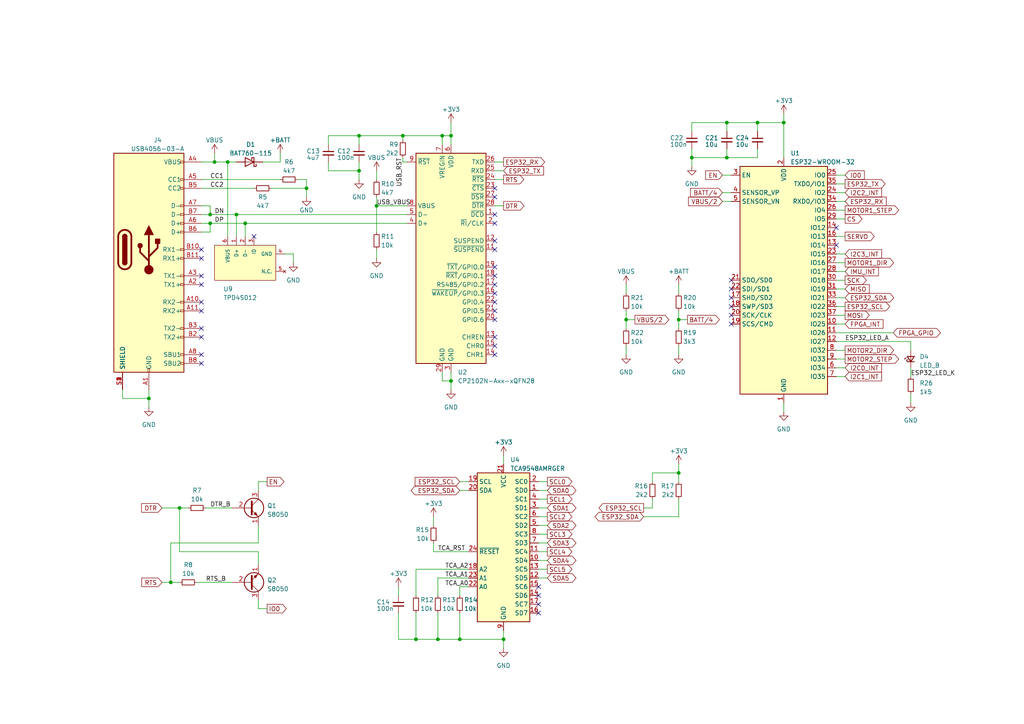
<source format=kicad_sch>
(kicad_sch (version 20230121) (generator eeschema)
  (paper "A4")
  (lib_symbols
    (symbol "Device:C_Small" (pin_numbers hide) (pin_names (offset 0.254) hide)
      (property "Reference" "C" (at 0.254 1.778 0))
      (property "Value" "C_Small" (at 0.254 -2.032 0))
      (symbol "C_Small_1_1"
        (pin passive line (at 0 2.54 270) (length 2.032) (name "~") (number "1"))
        (pin passive line (at 0 -2.54 90) (length 2.032) (name "~") (number "2"))
      )
    )
    (symbol "Device:D_Schottky" (pin_numbers hide) (pin_names (offset 1.016) hide)
      (property "Reference" "D" (at 0 2.54 0))
      (property "Value" "D_Schottky" (at 0 -2.54 0))
      (symbol "D_Schottky_1_1"
        (pin passive line (at -3.81 0 0) (length 2.54) (name "K") (number "1"))
        (pin passive line (at 3.81 0 180) (length 2.54) (name "A") (number "2"))
      )
    )
    (symbol "Device:LED_Small" (pin_numbers hide) (pin_names (offset 0.254) hide)
      (property "Reference" "D" (at -1.27 3.175 0))
      (property "Value" "LED_Small" (at -4.445 -2.54 0))
      (symbol "LED_Small_1_1"
        (pin passive line (at -2.54 0 0) (length 1.778) (name "K") (number "1"))
        (pin passive line (at 2.54 0 180) (length 1.778) (name "A") (number "2"))
      )
    )
    (symbol "Device:R_Small" (pin_numbers hide) (pin_names (offset 0.254) hide)
      (property "Reference" "R" (at 0.762 0.508 0))
      (property "Value" "R_Small" (at 0.762 -1.016 0))
      (symbol "R_Small_1_1"
        (pin passive line (at 0 2.54 270) (length 0.762) (name "~") (number "1"))
        (pin passive line (at 0 -2.54 90) (length 0.762) (name "~") (number "2"))
      )
    )
    (symbol "Interface_Expansion:TCA9548AMRGER"
      (property "Reference" "U4" (at 1.9559 24.13 0))
      (property "Value" "TCA9548AMRGER" (at 1.9559 21.59 0))
      (symbol "TCA9548AMRGER_1_1"
        (pin bidirectional line (at 10.16 15.24 180) (length 2.54) (name "SD0") (number "1"))
        (pin bidirectional line (at 10.16 -5.08 180) (length 2.54) (name "SD4") (number "10"))
        (pin output line (at 10.16 -2.54 180) (length 2.54) (name "SC4") (number "11"))
        (pin bidirectional line (at 10.16 -10.16 180) (length 2.54) (name "SD5") (number "12"))
        (pin output line (at 10.16 -7.62 180) (length 2.54) (name "SC5") (number "13"))
        (pin bidirectional line (at 10.16 -15.24 180) (length 2.54) (name "SD6") (number "14"))
        (pin output line (at 10.16 -12.7 180) (length 2.54) (name "SC6") (number "15"))
        (pin bidirectional line (at 10.16 -20.32 180) (length 2.54) (name "SD7") (number "16"))
        (pin output line (at 10.16 -17.78 180) (length 2.54) (name "SC7") (number "17"))
        (pin input line (at -10.16 -7.62 0) (length 2.54) (name "A2") (number "18"))
        (pin input line (at -10.16 17.78 0) (length 2.54) (name "SCL") (number "19"))
        (pin output line (at 10.16 17.78 180) (length 2.54) (name "SC0") (number "2"))
        (pin bidirectional line (at -10.16 15.24 0) (length 2.54) (name "SDA") (number "20"))
        (pin power_in line (at 0 22.86 270) (length 2.54) (name "VCC") (number "21"))
        (pin input line (at -10.16 -12.7 0) (length 2.54) (name "A0") (number "22"))
        (pin input line (at -10.16 -10.16 0) (length 2.54) (name "A1") (number "23"))
        (pin input line (at -10.16 -2.54 0) (length 2.54) (name "~{RESET}") (number "24"))
        (pin no_connect line (at -7.62 -15.24 0) (length 2.54) hide (name "1EP") (number "25"))
        (pin bidirectional line (at 10.16 10.16 180) (length 2.54) (name "SD1") (number "3"))
        (pin output line (at 10.16 12.7 180) (length 2.54) (name "SC1") (number "4"))
        (pin bidirectional line (at 10.16 5.08 180) (length 2.54) (name "SD2") (number "5"))
        (pin output line (at 10.16 7.62 180) (length 2.54) (name "SC2") (number "6"))
        (pin bidirectional line (at 10.16 0 180) (length 2.54) (name "SD3") (number "7"))
        (pin output line (at 10.16 2.54 180) (length 2.54) (name "SC3") (number "8"))
        (pin power_in line (at 0 -25.4 90) (length 2.54) (name "GND") (number "9"))
      )
    )
    (symbol "Interface_USB:CP2102N-Axx-xQFN28"
      (property "Reference" "U2" (at 1.9559 -33.02 0))
      (property "Value" "CP2102N-Axx-xQFN28" (at 1.9559 -35.56 0))
      (symbol "CP2102N-Axx-xQFN28_1_1"
        (pin input line (at 12.7 12.7 180) (length 2.54) (name "~{DCD}") (number "1"))
        (pin no_connect line (at -10.16 -27.94 0) (length 2.54) hide (name "NC") (number "10"))
        (pin output line (at 12.7 2.54 180) (length 2.54) (name "~{SUSPEND}") (number "11"))
        (pin output line (at 12.7 5.08 180) (length 2.54) (name "SUSPEND") (number "12"))
        (pin output line (at 12.7 -22.86 180) (length 2.54) (name "CHREN") (number "13"))
        (pin output line (at 12.7 -27.94 180) (length 2.54) (name "CHR1") (number "14"))
        (pin output line (at 12.7 -25.4 180) (length 2.54) (name "CHR0") (number "15"))
        (pin bidirectional line (at 12.7 -10.16 180) (length 2.54) (name "~{WAKEUP}/GPIO.3") (number "16"))
        (pin bidirectional line (at 12.7 -7.62 180) (length 2.54) (name "RS485/GPIO.2") (number "17"))
        (pin bidirectional line (at 12.7 -5.08 180) (length 2.54) (name "~{RXT}/GPIO.1") (number "18"))
        (pin bidirectional line (at 12.7 -2.54 180) (length 2.54) (name "~{TXT}/GPIO.0") (number "19"))
        (pin bidirectional line (at 12.7 10.16 180) (length 2.54) (name "~{RI}/CLK") (number "2"))
        (pin bidirectional line (at 12.7 -17.78 180) (length 2.54) (name "GPIO.6") (number "20"))
        (pin bidirectional line (at 12.7 -15.24 180) (length 2.54) (name "GPIO.5") (number "21"))
        (pin bidirectional line (at 12.7 -12.7 180) (length 2.54) (name "GPIO.4") (number "22"))
        (pin input line (at 12.7 20.32 180) (length 2.54) (name "~{CTS}") (number "23"))
        (pin output line (at 12.7 22.86 180) (length 2.54) (name "~{RTS}") (number "24"))
        (pin input line (at 12.7 25.4 180) (length 2.54) (name "RXD") (number "25"))
        (pin output line (at 12.7 27.94 180) (length 2.54) (name "TXD") (number "26"))
        (pin input line (at 12.7 17.78 180) (length 2.54) (name "~{DSR}") (number "27"))
        (pin output line (at 12.7 15.24 180) (length 2.54) (name "~{DTR}") (number "28"))
        (pin passive line (at -2.54 -33.02 90) (length 2.54) (name "GND") (number "29"))
        (pin power_in line (at 0 -33.02 90) (length 2.54) (name "GND") (number "3"))
        (pin bidirectional line (at -12.7 10.16 0) (length 2.54) (name "D+") (number "4"))
        (pin bidirectional line (at -12.7 12.7 0) (length 2.54) (name "D-") (number "5"))
        (pin power_in line (at 0 33.02 270) (length 2.54) (name "VDD") (number "6"))
        (pin power_in line (at -2.54 33.02 270) (length 2.54) (name "VREGIN") (number "7"))
        (pin input line (at -12.7 15.24 0) (length 2.54) (name "VBUS") (number "8"))
        (pin input line (at -12.7 27.94 0) (length 2.54) (name "~{RST}") (number "9"))
      )
    )
    (symbol "RF_Module:ESP32-WROOM-32"
      (property "Reference" "U" (at -12.7 34.29 0))
      (property "Value" "ESP32-WROOM-32" (at 1.27 34.29 0))
      (symbol "ESP32-WROOM-32_1_1"
        (pin power_in line (at 0 -35.56 90) (length 2.54) (name "GND") (number "1"))
        (pin bidirectional line (at 15.24 -12.7 180) (length 2.54) (name "IO25") (number "10"))
        (pin bidirectional line (at 15.24 -15.24 180) (length 2.54) (name "IO26") (number "11"))
        (pin bidirectional line (at 15.24 -17.78 180) (length 2.54) (name "IO27") (number "12"))
        (pin bidirectional line (at 15.24 10.16 180) (length 2.54) (name "IO14") (number "13"))
        (pin bidirectional line (at 15.24 15.24 180) (length 2.54) (name "IO12") (number "14"))
        (pin passive line (at 0 -35.56 90) (length 2.54) hide (name "GND") (number "15"))
        (pin bidirectional line (at 15.24 12.7 180) (length 2.54) (name "IO13") (number "16"))
        (pin bidirectional line (at -15.24 -5.08 0) (length 2.54) (name "SHD/SD2") (number "17"))
        (pin bidirectional line (at -15.24 -7.62 0) (length 2.54) (name "SWP/SD3") (number "18"))
        (pin bidirectional line (at -15.24 -12.7 0) (length 2.54) (name "SCS/CMD") (number "19"))
        (pin power_in line (at 0 35.56 270) (length 2.54) (name "VDD") (number "2"))
        (pin bidirectional line (at -15.24 -10.16 0) (length 2.54) (name "SCK/CLK") (number "20"))
        (pin bidirectional line (at -15.24 0 0) (length 2.54) (name "SDO/SD0") (number "21"))
        (pin bidirectional line (at -15.24 -2.54 0) (length 2.54) (name "SDI/SD1") (number "22"))
        (pin bidirectional line (at 15.24 7.62 180) (length 2.54) (name "IO15") (number "23"))
        (pin bidirectional line (at 15.24 25.4 180) (length 2.54) (name "IO2") (number "24"))
        (pin bidirectional line (at 15.24 30.48 180) (length 2.54) (name "IO0") (number "25"))
        (pin bidirectional line (at 15.24 20.32 180) (length 2.54) (name "IO4") (number "26"))
        (pin bidirectional line (at 15.24 5.08 180) (length 2.54) (name "IO16") (number "27"))
        (pin bidirectional line (at 15.24 2.54 180) (length 2.54) (name "IO17") (number "28"))
        (pin bidirectional line (at 15.24 17.78 180) (length 2.54) (name "IO5") (number "29"))
        (pin input line (at -15.24 30.48 0) (length 2.54) (name "EN") (number "3"))
        (pin bidirectional line (at 15.24 0 180) (length 2.54) (name "IO18") (number "30"))
        (pin bidirectional line (at 15.24 -2.54 180) (length 2.54) (name "IO19") (number "31"))
        (pin no_connect line (at -12.7 -27.94 0) (length 2.54) hide (name "NC") (number "32"))
        (pin bidirectional line (at 15.24 -5.08 180) (length 2.54) (name "IO21") (number "33"))
        (pin bidirectional line (at 15.24 22.86 180) (length 2.54) (name "RXD0/IO3") (number "34"))
        (pin bidirectional line (at 15.24 27.94 180) (length 2.54) (name "TXD0/IO1") (number "35"))
        (pin bidirectional line (at 15.24 -7.62 180) (length 2.54) (name "IO22") (number "36"))
        (pin bidirectional line (at 15.24 -10.16 180) (length 2.54) (name "IO23") (number "37"))
        (pin passive line (at 0 -35.56 90) (length 2.54) hide (name "GND") (number "38"))
        (pin passive line (at 0 -35.56 90) (length 2.54) hide (name "GND") (number "39"))
        (pin input line (at -15.24 25.4 0) (length 2.54) (name "SENSOR_VP") (number "4"))
        (pin input line (at -15.24 22.86 0) (length 2.54) (name "SENSOR_VN") (number "5"))
        (pin input line (at 15.24 -25.4 180) (length 2.54) (name "IO34") (number "6"))
        (pin input line (at 15.24 -27.94 180) (length 2.54) (name "IO35") (number "7"))
        (pin bidirectional line (at 15.24 -20.32 180) (length 2.54) (name "IO32") (number "8"))
        (pin bidirectional line (at 15.24 -22.86 180) (length 2.54) (name "IO33") (number "9"))
      )
    )
    (symbol "TPD4S012:TPD4S012" (pin_names (offset 1.016))
      (property "Reference" "U" (at 1.27 -8.89 0))
      (property "Value" "TPD4S012" (at 1.27 -11.43 0))
      (symbol "TPD4S012_0_0"
        (pin bidirectional line (at -2.54 7.62 270) (length 2.54) (name "D+") (number "1"))
        (pin bidirectional line (at 0 7.62 270) (length 2.54) (name "D-") (number "2"))
        (pin bidirectional line (at 2.54 7.62 270) (length 2.54) (name "ID") (number "3"))
        (pin power_in line (at 11.43 2.54 180) (length 2.54) (name "GND") (number "4"))
        (pin no_connect line (at 11.43 -2.54 180) (length 2.54) (name "N.C.") (number "5"))
        (pin bidirectional line (at -5.08 7.62 270) (length 2.54) (name "VBUS") (number "6"))
      )
    )
    (symbol "Transistor_BJT:S8050" (pin_names (offset 0) hide)
      (property "Reference" "Q" (at 5.08 1.905 0))
      (property "Value" "S8050" (at 5.08 0 0))
      (symbol "S8050_1_1"
        (pin passive line (at 2.54 -5.08 90) (length 2.54) (name "E") (number "1"))
        (pin input line (at -5.08 0 0) (length 5.08) (name "B") (number "2"))
        (pin passive line (at 2.54 5.08 270) (length 2.54) (name "C") (number "3"))
      )
    )
    (symbol "USB4056-03-A:USB4056-03-A" (pin_names (offset 0.762))
      (property "Reference" "J" (at -8.89 36.195 0))
      (property "Value" "USB4056-03-A" (at -8.89 33.655 0))
      (symbol "USB4056-03-A_1_1"
        (pin passive line (at -1.27 -36.83 90) (length 5.08) (name "GND") (number "A1"))
        (pin bidirectional line (at 13.97 -11.43 180) (length 5.08) (name "RX2-") (number "A10"))
        (pin bidirectional line (at 13.97 -13.97 180) (length 5.08) (name "RX2+") (number "A11"))
        (pin passive line (at -1.27 -36.83 90) (length 5.08) hide (name "GND") (number "A12"))
        (pin bidirectional line (at 13.97 -6.35 180) (length 5.08) (name "TX1+") (number "A2"))
        (pin bidirectional line (at 13.97 -3.81 180) (length 5.08) (name "TX1-") (number "A3"))
        (pin passive line (at 13.97 29.21 180) (length 5.08) (name "VBUS") (number "A4"))
        (pin bidirectional line (at 13.97 24.13 180) (length 5.08) (name "CC1") (number "A5"))
        (pin bidirectional line (at 13.97 11.43 180) (length 5.08) (name "D+") (number "A6"))
        (pin bidirectional line (at 13.97 16.51 180) (length 5.08) (name "D-") (number "A7"))
        (pin bidirectional line (at 13.97 -26.67 180) (length 5.08) (name "SBU1") (number "A8"))
        (pin passive line (at 13.97 29.21 180) (length 5.08) hide (name "VBUS") (number "A9"))
        (pin passive line (at -1.27 -36.83 90) (length 5.08) hide (name "GND") (number "B1"))
        (pin bidirectional line (at 13.97 3.81 180) (length 5.08) (name "RX1-") (number "B10"))
        (pin bidirectional line (at 13.97 1.27 180) (length 5.08) (name "RX1+") (number "B11"))
        (pin passive line (at -1.27 -36.83 90) (length 5.08) hide (name "GND") (number "B12"))
        (pin bidirectional line (at 13.97 -21.59 180) (length 5.08) (name "TX2+") (number "B2"))
        (pin bidirectional line (at 13.97 -19.05 180) (length 5.08) (name "TX2-") (number "B3"))
        (pin passive line (at 13.97 29.21 180) (length 5.08) hide (name "VBUS") (number "B4"))
        (pin bidirectional line (at 13.97 21.59 180) (length 5.08) (name "CC2") (number "B5"))
        (pin bidirectional line (at 13.97 8.89 180) (length 5.08) (name "D+") (number "B6"))
        (pin bidirectional line (at 13.97 13.97 180) (length 5.08) (name "D-") (number "B7"))
        (pin bidirectional line (at 13.97 -29.21 180) (length 5.08) (name "SBU2") (number "B8"))
        (pin passive line (at 13.97 29.21 180) (length 5.08) hide (name "VBUS") (number "B9"))
        (pin passive line (at -8.89 -36.83 90) (length 5.08) (name "SHIELD") (number "S1"))
        (pin passive line (at -8.89 -36.83 90) (length 5.08) (name "SHIELD") (number "S2"))
        (pin passive line (at -8.89 -36.83 90) (length 5.08) (name "SHIELD") (number "S3"))
        (pin passive line (at -8.89 -36.83 90) (length 5.08) (name "SHIELD") (number "S4"))
      )
    )
    (symbol "power:+3V3" (power) (pin_names (offset 0))
      (property "Value" "+3V3" (at 0 3.556 0))
      (symbol "+3V3_1_1"
        (pin power_in line (at 0 0 90) (length 0) hide (name "+3V3") (number "1"))
      )
    )
    (symbol "power:+BATT" (power) (pin_names (offset 0))
      (property "Value" "+BATT" (at 0 3.556 0))
      (symbol "+BATT_1_1"
        (pin power_in line (at 0 0 90) (length 0) hide (name "+BATT") (number "1"))
      )
    )
    (symbol "power:GND" (power) (pin_names (offset 0))
      (property "Value" "GND" (at 0 -3.81 0))
      (symbol "GND_1_1"
        (pin power_in line (at 0 0 270) (length 0) hide (name "GND") (number "1"))
      )
    )
    (symbol "power:VBUS" (power) (pin_names (offset 0))
      (property "Value" "VBUS" (at 0 3.81 0))
      (symbol "VBUS_1_1"
        (pin power_in line (at 0 0 90) (length 0) hide (name "VBUS") (number "1"))
      )
    )
  )
  (junction (at 133.35 185.42))
  (junction (at 128.27 39.37))
  (junction (at 88.9 54.61))
  (junction (at 210.82 35.56))
  (junction (at 60.96 62.23))
  (junction (at 120.65 185.42))
  (junction (at 66.04 46.99))
  (junction (at 200.66 45.72))
  (junction (at 130.81 39.37))
  (junction (at 196.85 137.16))
  (junction (at 227.33 35.56))
  (junction (at 104.14 39.37))
  (junction (at 52.07 147.32))
  (junction (at 146.05 185.42))
  (junction (at 71.12 64.77))
  (junction (at 109.22 59.69))
  (junction (at 116.84 39.37))
  (junction (at 43.18 115.57))
  (junction (at 130.81 110.49))
  (junction (at 60.96 64.77))
  (junction (at 196.85 92.71))
  (junction (at 181.61 92.71))
  (junction (at 49.53 168.91))
  (junction (at 127 185.42))
  (junction (at 104.14 49.53))
  (junction (at 68.58 62.23))
  (junction (at 62.23 46.99))
  (junction (at 219.71 35.56))
  (junction (at 210.82 45.72))
  (no_connect (at 156.21 170.18))
  (no_connect (at 58.42 95.25))
  (no_connect (at 143.51 80.01))
  (no_connect (at 143.51 72.39))
  (no_connect (at 242.57 66.04))
  (no_connect (at 212.09 93.98))
  (no_connect (at 156.21 177.8))
  (no_connect (at 143.51 62.23))
  (no_connect (at 143.51 92.71))
  (no_connect (at 58.42 105.41))
  (no_connect (at 143.51 64.77))
  (no_connect (at 242.57 71.12))
  (no_connect (at 58.42 97.79))
  (no_connect (at 58.42 90.17))
  (no_connect (at 58.42 102.87))
  (no_connect (at 58.42 80.01))
  (no_connect (at 212.09 86.36))
  (no_connect (at 212.09 88.9))
  (no_connect (at 58.42 74.93))
  (no_connect (at 58.42 87.63))
  (no_connect (at 143.51 85.09))
  (no_connect (at 212.09 81.28))
  (no_connect (at 212.09 83.82))
  (no_connect (at 143.51 77.47))
  (no_connect (at 143.51 97.79))
  (no_connect (at 212.09 91.44))
  (no_connect (at 143.51 82.55))
  (no_connect (at 143.51 100.33))
  (no_connect (at 156.21 175.26))
  (no_connect (at 143.51 54.61))
  (no_connect (at 143.51 69.85))
  (no_connect (at 58.42 72.39))
  (no_connect (at 73.66 68.58))
  (no_connect (at 58.42 82.55))
  (no_connect (at 156.21 172.72))
  (no_connect (at 143.51 57.15))
  (no_connect (at 143.51 102.87))
  (no_connect (at 143.51 87.63))
  (no_connect (at 143.51 90.17))
  (wire (pts (xy 68.58 46.99) (xy 66.04 46.99)))
  (wire (pts (xy 146.05 187.96) (xy 146.05 185.42)))
  (wire (pts (xy 196.85 149.86) (xy 196.85 144.78)))
  (wire (pts (xy 156.21 149.86) (xy 158.75 149.86)))
  (wire (pts (xy 46.99 168.91) (xy 49.53 168.91)))
  (wire (pts (xy 116.84 46.99) (xy 118.11 46.99)))
  (wire (pts (xy 68.58 62.23) (xy 68.58 68.58)))
  (wire (pts (xy 109.22 59.69) (xy 109.22 57.15)))
  (wire (pts (xy 156.21 165.1) (xy 158.75 165.1)))
  (wire (pts (xy 200.66 35.56) (xy 210.82 35.56)))
  (wire (pts (xy 219.71 35.56) (xy 227.33 35.56)))
  (wire (pts (xy 245.11 53.34) (xy 242.57 53.34)))
  (wire (pts (xy 158.75 139.7) (xy 156.21 139.7)))
  (wire (pts (xy 181.61 82.55) (xy 181.61 85.09)))
  (wire (pts (xy 210.82 35.56) (xy 219.71 35.56)))
  (wire (pts (xy 200.66 45.72) (xy 200.66 48.26)))
  (wire (pts (xy 74.93 176.53) (xy 74.93 173.99)))
  (wire (pts (xy 245.11 63.5) (xy 242.57 63.5)))
  (wire (pts (xy 209.55 55.88) (xy 212.09 55.88)))
  (wire (pts (xy 60.96 62.23) (xy 68.58 62.23)))
  (wire (pts (xy 58.42 67.31) (xy 60.96 67.31)))
  (wire (pts (xy 120.65 165.1) (xy 135.89 165.1)))
  (wire (pts (xy 210.82 43.18) (xy 210.82 45.72)))
  (wire (pts (xy 125.73 160.02) (xy 125.73 157.48)))
  (wire (pts (xy 88.9 52.07) (xy 88.9 54.61)))
  (wire (pts (xy 196.85 102.87) (xy 196.85 100.33)))
  (wire (pts (xy 133.35 172.72) (xy 133.35 170.18)))
  (wire (pts (xy 66.04 68.58) (xy 66.04 46.99)))
  (wire (pts (xy 125.73 160.02) (xy 135.89 160.02)))
  (wire (pts (xy 245.11 104.14) (xy 242.57 104.14)))
  (wire (pts (xy 133.35 170.18) (xy 135.89 170.18)))
  (wire (pts (xy 74.93 163.83) (xy 74.93 160.02)))
  (wire (pts (xy 71.12 64.77) (xy 118.11 64.77)))
  (wire (pts (xy 115.57 177.8) (xy 115.57 185.42)))
  (wire (pts (xy 130.81 113.03) (xy 130.81 110.49)))
  (wire (pts (xy 146.05 132.08) (xy 146.05 134.62)))
  (wire (pts (xy 196.85 92.71) (xy 199.39 92.71)))
  (wire (pts (xy 60.96 64.77) (xy 60.96 67.31)))
  (wire (pts (xy 52.07 147.32) (xy 54.61 147.32)))
  (wire (pts (xy 127 177.8) (xy 127 185.42)))
  (wire (pts (xy 85.09 76.2) (xy 85.09 73.66)))
  (wire (pts (xy 109.22 59.69) (xy 109.22 67.31)))
  (wire (pts (xy 196.85 82.55) (xy 196.85 85.09)))
  (wire (pts (xy 181.61 102.87) (xy 181.61 100.33)))
  (wire (pts (xy 196.85 92.71) (xy 196.85 95.25)))
  (wire (pts (xy 245.11 81.28) (xy 242.57 81.28)))
  (wire (pts (xy 81.28 46.99) (xy 76.2 46.99)))
  (wire (pts (xy 245.11 78.74) (xy 242.57 78.74)))
  (wire (pts (xy 115.57 170.18) (xy 115.57 172.72)))
  (wire (pts (xy 104.14 39.37) (xy 116.84 39.37)))
  (wire (pts (xy 77.47 139.7) (xy 74.93 139.7)))
  (wire (pts (xy 181.61 92.71) (xy 181.61 95.25)))
  (wire (pts (xy 245.11 91.44) (xy 242.57 91.44)))
  (wire (pts (xy 109.22 74.93) (xy 109.22 72.39)))
  (wire (pts (xy 156.21 160.02) (xy 158.75 160.02)))
  (wire (pts (xy 128.27 110.49) (xy 130.81 110.49)))
  (wire (pts (xy 62.23 46.99) (xy 62.23 44.45)))
  (wire (pts (xy 219.71 35.56) (xy 219.71 38.1)))
  (wire (pts (xy 245.11 106.68) (xy 242.57 106.68)))
  (wire (pts (xy 115.57 185.42) (xy 120.65 185.42)))
  (wire (pts (xy 60.96 64.77) (xy 71.12 64.77)))
  (wire (pts (xy 109.22 49.53) (xy 109.22 52.07)))
  (wire (pts (xy 227.33 35.56) (xy 227.33 45.72)))
  (wire (pts (xy 52.07 147.32) (xy 52.07 160.02)))
  (wire (pts (xy 189.23 147.32) (xy 189.23 144.78)))
  (wire (pts (xy 156.21 167.64) (xy 158.75 167.64)))
  (wire (pts (xy 189.23 139.7) (xy 189.23 137.16)))
  (wire (pts (xy 130.81 39.37) (xy 130.81 41.91)))
  (wire (pts (xy 74.93 152.4) (xy 74.93 157.48)))
  (wire (pts (xy 43.18 115.57) (xy 35.56 115.57)))
  (wire (pts (xy 128.27 41.91) (xy 128.27 39.37)))
  (wire (pts (xy 128.27 39.37) (xy 116.84 39.37)))
  (wire (pts (xy 186.69 149.86) (xy 196.85 149.86)))
  (wire (pts (xy 156.21 157.48) (xy 158.75 157.48)))
  (wire (pts (xy 82.55 73.66) (xy 85.09 73.66)))
  (wire (pts (xy 77.47 176.53) (xy 74.93 176.53)))
  (wire (pts (xy 49.53 168.91) (xy 52.07 168.91)))
  (wire (pts (xy 209.55 50.8) (xy 212.09 50.8)))
  (wire (pts (xy 120.65 172.72) (xy 120.65 165.1)))
  (wire (pts (xy 74.93 139.7) (xy 74.93 142.24)))
  (wire (pts (xy 227.33 33.02) (xy 227.33 35.56)))
  (wire (pts (xy 43.18 118.11) (xy 43.18 115.57)))
  (wire (pts (xy 245.11 109.22) (xy 242.57 109.22)))
  (wire (pts (xy 127 172.72) (xy 127 167.64)))
  (wire (pts (xy 146.05 49.53) (xy 143.51 49.53)))
  (wire (pts (xy 95.25 49.53) (xy 104.14 49.53)))
  (wire (pts (xy 74.93 160.02) (xy 52.07 160.02)))
  (wire (pts (xy 245.11 73.66) (xy 242.57 73.66)))
  (wire (pts (xy 58.42 59.69) (xy 60.96 59.69)))
  (wire (pts (xy 245.11 83.82) (xy 242.57 83.82)))
  (wire (pts (xy 128.27 39.37) (xy 130.81 39.37)))
  (wire (pts (xy 120.65 177.8) (xy 120.65 185.42)))
  (wire (pts (xy 59.69 147.32) (xy 67.31 147.32)))
  (wire (pts (xy 245.11 58.42) (xy 242.57 58.42)))
  (wire (pts (xy 133.35 177.8) (xy 133.35 185.42)))
  (wire (pts (xy 242.57 96.52) (xy 259.08 96.52)))
  (wire (pts (xy 200.66 38.1) (xy 200.66 35.56)))
  (wire (pts (xy 49.53 157.48) (xy 49.53 168.91)))
  (wire (pts (xy 35.56 115.57) (xy 35.56 113.03)))
  (wire (pts (xy 227.33 119.38) (xy 227.33 116.84)))
  (wire (pts (xy 264.16 101.6) (xy 264.16 99.06)))
  (wire (pts (xy 104.14 49.53) (xy 104.14 46.99)))
  (wire (pts (xy 219.71 45.72) (xy 219.71 43.18)))
  (wire (pts (xy 46.99 147.32) (xy 52.07 147.32)))
  (wire (pts (xy 200.66 43.18) (xy 200.66 45.72)))
  (wire (pts (xy 74.93 157.48) (xy 49.53 157.48)))
  (wire (pts (xy 104.14 52.07) (xy 104.14 49.53)))
  (wire (pts (xy 116.84 45.72) (xy 116.84 46.99)))
  (wire (pts (xy 209.55 58.42) (xy 212.09 58.42)))
  (wire (pts (xy 81.28 44.45) (xy 81.28 46.99)))
  (wire (pts (xy 146.05 46.99) (xy 143.51 46.99)))
  (wire (pts (xy 245.11 50.8) (xy 242.57 50.8)))
  (wire (pts (xy 245.11 55.88) (xy 242.57 55.88)))
  (wire (pts (xy 156.21 144.78) (xy 158.75 144.78)))
  (wire (pts (xy 58.42 64.77) (xy 60.96 64.77)))
  (wire (pts (xy 133.35 185.42) (xy 146.05 185.42)))
  (wire (pts (xy 68.58 62.23) (xy 118.11 62.23)))
  (wire (pts (xy 120.65 185.42) (xy 127 185.42)))
  (wire (pts (xy 62.23 46.99) (xy 66.04 46.99)))
  (wire (pts (xy 210.82 45.72) (xy 200.66 45.72)))
  (wire (pts (xy 146.05 185.42) (xy 146.05 182.88)))
  (wire (pts (xy 189.23 137.16) (xy 196.85 137.16)))
  (wire (pts (xy 156.21 142.24) (xy 158.75 142.24)))
  (wire (pts (xy 133.35 142.24) (xy 135.89 142.24)))
  (wire (pts (xy 245.11 60.96) (xy 242.57 60.96)))
  (wire (pts (xy 127 185.42) (xy 133.35 185.42)))
  (wire (pts (xy 116.84 39.37) (xy 116.84 40.64)))
  (wire (pts (xy 245.11 68.58) (xy 242.57 68.58)))
  (wire (pts (xy 95.25 41.91) (xy 95.25 39.37)))
  (wire (pts (xy 210.82 45.72) (xy 219.71 45.72)))
  (wire (pts (xy 196.85 90.17) (xy 196.85 92.71)))
  (wire (pts (xy 156.21 147.32) (xy 158.75 147.32)))
  (wire (pts (xy 186.69 147.32) (xy 189.23 147.32)))
  (wire (pts (xy 146.05 52.07) (xy 143.51 52.07)))
  (wire (pts (xy 125.73 149.86) (xy 125.73 152.4)))
  (wire (pts (xy 156.21 162.56) (xy 158.75 162.56)))
  (wire (pts (xy 58.42 52.07) (xy 81.28 52.07)))
  (wire (pts (xy 71.12 64.77) (xy 71.12 68.58)))
  (wire (pts (xy 104.14 39.37) (xy 104.14 41.91)))
  (wire (pts (xy 245.11 88.9) (xy 242.57 88.9)))
  (wire (pts (xy 264.16 116.84) (xy 264.16 114.3)))
  (wire (pts (xy 95.25 39.37) (xy 104.14 39.37)))
  (wire (pts (xy 130.81 35.56) (xy 130.81 39.37)))
  (wire (pts (xy 181.61 90.17) (xy 181.61 92.71)))
  (wire (pts (xy 130.81 107.95) (xy 130.81 110.49)))
  (wire (pts (xy 128.27 107.95) (xy 128.27 110.49)))
  (wire (pts (xy 60.96 59.69) (xy 60.96 62.23)))
  (wire (pts (xy 245.11 101.6) (xy 242.57 101.6)))
  (wire (pts (xy 133.35 139.7) (xy 135.89 139.7)))
  (wire (pts (xy 58.42 54.61) (xy 73.66 54.61)))
  (wire (pts (xy 109.22 59.69) (xy 118.11 59.69)))
  (wire (pts (xy 88.9 57.15) (xy 88.9 54.61)))
  (wire (pts (xy 58.42 46.99) (xy 62.23 46.99)))
  (wire (pts (xy 127 167.64) (xy 135.89 167.64)))
  (wire (pts (xy 196.85 137.16) (xy 196.85 139.7)))
  (wire (pts (xy 210.82 38.1) (xy 210.82 35.56)))
  (wire (pts (xy 95.25 46.99) (xy 95.25 49.53)))
  (wire (pts (xy 146.05 59.69) (xy 143.51 59.69)))
  (wire (pts (xy 156.21 152.4) (xy 158.75 152.4)))
  (wire (pts (xy 196.85 134.62) (xy 196.85 137.16)))
  (wire (pts (xy 264.16 106.68) (xy 264.16 109.22)))
  (wire (pts (xy 57.15 168.91) (xy 67.31 168.91)))
  (wire (pts (xy 181.61 92.71) (xy 184.15 92.71)))
  (wire (pts (xy 156.21 154.94) (xy 158.75 154.94)))
  (wire (pts (xy 86.36 52.07) (xy 88.9 52.07)))
  (wire (pts (xy 245.11 76.2) (xy 242.57 76.2)))
  (wire (pts (xy 58.42 62.23) (xy 60.96 62.23)))
  (wire (pts (xy 264.16 99.06) (xy 242.57 99.06)))
  (wire (pts (xy 245.11 86.36) (xy 242.57 86.36)))
  (wire (pts (xy 88.9 54.61) (xy 78.74 54.61)))
  (wire (pts (xy 43.18 113.03) (xy 43.18 115.57)))
  (wire (pts (xy 242.57 93.98) (xy 245.11 93.98)))
  (label "TCA_RST" (at 127 160.02 0))
  (label "TCA_A0" (at 135.89 170.18 180))
  (label "DN" (at 62.23 62.23 0))
  (label "CC2" (at 60.96 54.61 0))
  (label "DTR_B" (at 60.96 147.32 0))
  (label "ESP32_LED_A" (at 245.11 99.06 0))
  (label "TCA_A1" (at 135.89 167.64 180))
  (label "ESP32_LED_K" (at 264.16 109.22 0))
  (label "RTS_B" (at 59.69 168.91 0))
  (label "TCA_A2" (at 135.89 165.1 180))
  (label "USB_RST" (at 116.84 45.72 270))
  (label "CC1" (at 60.96 52.07 0))
  (label "USB_VBUS" (at 109.22 59.69 0))
  (label "DP" (at 62.23 64.77 0))
  (global_label "IMU_INT" (shape input) (at 245.11 78.74 0) (property "Intersheetrefs" "${INTERSHEET_REFS}" (effects hide)))
  (global_label "SDA5" (shape bidirectional) (at 158.75 167.64 0) (property "Intersheetrefs" "${INTERSHEET_REFS}" (effects hide)))
  (global_label "SDA0" (shape bidirectional) (at 158.75 142.24 0) (property "Intersheetrefs" "${INTERSHEET_REFS}" (effects hide)))
  (global_label "ESP32_SDA" (shape bidirectional) (at 186.69 149.86 180) (property "Intersheetrefs" "${INTERSHEET_REFS}" (effects hide)))
  (global_label "I2C2_INT" (shape input) (at 245.11 55.88 0) (property "Intersheetrefs" "${INTERSHEET_REFS}" (effects hide)))
  (global_label "FPGA_INT" (shape input) (at 245.11 93.98 0) (property "Intersheetrefs" "${INTERSHEET_REFS}" (effects hide)))
  (global_label "ESP32_TX" (shape input) (at 146.05 49.53 0) (property "Intersheetrefs" "${INTERSHEET_REFS}" (effects hide)))
  (global_label "SDA3" (shape bidirectional) (at 158.75 157.48 0) (property "Intersheetrefs" "${INTERSHEET_REFS}" (effects hide)))
  (global_label "MISO" (shape input) (at 245.11 83.82 0) (property "Intersheetrefs" "${INTERSHEET_REFS}" (effects hide)))
  (global_label "SERVO" (shape output) (at 245.11 68.58 0) (property "Intersheetrefs" "${INTERSHEET_REFS}" (effects hide)))
  (global_label "MOTOR1_DIR" (shape output) (at 245.11 76.2 0) (property "Intersheetrefs" "${INTERSHEET_REFS}" (effects hide)))
  (global_label "SCL4" (shape output) (at 158.75 160.02 0) (property "Intersheetrefs" "${INTERSHEET_REFS}" (effects hide)))
  (global_label "EN" (shape input) (at 209.55 50.8 180) (property "Intersheetrefs" "${INTERSHEET_REFS}" (effects hide)))
  (global_label "VBUS{slash}2" (shape output) (at 184.15 92.71 0) (property "Intersheetrefs" "${INTERSHEET_REFS}" (effects hide)))
  (global_label "ESP32_RX" (shape input) (at 245.11 58.42 0) (property "Intersheetrefs" "${INTERSHEET_REFS}" (effects hide)))
  (global_label "ESP32_RX" (shape output) (at 146.05 46.99 0) (property "Intersheetrefs" "${INTERSHEET_REFS}" (effects hide)))
  (global_label "ESP32_SDA" (shape bidirectional) (at 245.11 86.36 0) (property "Intersheetrefs" "${INTERSHEET_REFS}" (effects hide)))
  (global_label "SDA4" (shape bidirectional) (at 158.75 162.56 0) (property "Intersheetrefs" "${INTERSHEET_REFS}" (effects hide)))
  (global_label "I2C3_INT" (shape input) (at 245.11 73.66 0) (property "Intersheetrefs" "${INTERSHEET_REFS}" (effects hide)))
  (global_label "IO0" (shape output) (at 77.47 176.53 0) (property "Intersheetrefs" "${INTERSHEET_REFS}" (effects hide)))
  (global_label "ESP32_SDA" (shape bidirectional) (at 133.35 142.24 180) (property "Intersheetrefs" "${INTERSHEET_REFS}" (effects hide)))
  (global_label "VBUS{slash}2" (shape input) (at 209.55 58.42 180) (property "Intersheetrefs" "${INTERSHEET_REFS}" (effects hide)))
  (global_label "I2C0_INT" (shape input) (at 245.11 106.68 0) (property "Intersheetrefs" "${INTERSHEET_REFS}" (effects hide)))
  (global_label "SCL1" (shape output) (at 158.75 144.78 0) (property "Intersheetrefs" "${INTERSHEET_REFS}" (effects hide)))
  (global_label "SCL2" (shape output) (at 158.75 149.86 0) (property "Intersheetrefs" "${INTERSHEET_REFS}" (effects hide)))
  (global_label "EN" (shape output) (at 77.47 139.7 0) (property "Intersheetrefs" "${INTERSHEET_REFS}" (effects hide)))
  (global_label "MOTOR2_DIR" (shape output) (at 245.11 101.6 0) (property "Intersheetrefs" "${INTERSHEET_REFS}" (effects hide)))
  (global_label "SDA1" (shape bidirectional) (at 158.75 147.32 0) (property "Intersheetrefs" "${INTERSHEET_REFS}" (effects hide)))
  (global_label "FPGA_GPIO" (shape bidirectional) (at 259.08 96.52 0) (property "Intersheetrefs" "${INTERSHEET_REFS}" (effects hide)))
  (global_label "SCL5" (shape output) (at 158.75 165.1 0) (property "Intersheetrefs" "${INTERSHEET_REFS}" (effects hide)))
  (global_label "BATT{slash}4" (shape input) (at 209.55 55.88 180) (property "Intersheetrefs" "${INTERSHEET_REFS}" (effects hide)))
  (global_label "SCK" (shape output) (at 245.11 81.28 0) (property "Intersheetrefs" "${INTERSHEET_REFS}" (effects hide)))
  (global_label "IO0" (shape input) (at 245.11 50.8 0) (property "Intersheetrefs" "${INTERSHEET_REFS}" (effects hide)))
  (global_label "SCL3" (shape output) (at 158.75 154.94 0) (property "Intersheetrefs" "${INTERSHEET_REFS}" (effects hide)))
  (global_label "DTR" (shape output) (at 146.05 59.69 0) (property "Intersheetrefs" "${INTERSHEET_REFS}" (effects hide)))
  (global_label "MOTOR1_STEP" (shape output) (at 245.11 60.96 0) (property "Intersheetrefs" "${INTERSHEET_REFS}" (effects hide)))
  (global_label "SDA2" (shape bidirectional) (at 158.75 152.4 0) (property "Intersheetrefs" "${INTERSHEET_REFS}" (effects hide)))
  (global_label "I2C1_INT" (shape input) (at 245.11 109.22 0) (property "Intersheetrefs" "${INTERSHEET_REFS}" (effects hide)))
  (global_label "BATT{slash}4" (shape output) (at 199.39 92.71 0) (property "Intersheetrefs" "${INTERSHEET_REFS}" (effects hide)))
  (global_label "CS" (shape output) (at 245.11 63.5 0) (property "Intersheetrefs" "${INTERSHEET_REFS}" (effects hide)))
  (global_label "DTR" (shape input) (at 46.99 147.32 180) (property "Intersheetrefs" "${INTERSHEET_REFS}" (effects hide)))
  (global_label "SCL0" (shape output) (at 158.75 139.7 0) (property "Intersheetrefs" "${INTERSHEET_REFS}" (effects hide)))
  (global_label "MOTOR2_STEP" (shape output) (at 245.11 104.14 0) (property "Intersheetrefs" "${INTERSHEET_REFS}" (effects hide)))
  (global_label "ESP32_SCL" (shape input) (at 133.35 139.7 180) (property "Intersheetrefs" "${INTERSHEET_REFS}" (effects hide)))
  (global_label "ESP32_TX" (shape output) (at 245.11 53.34 0) (property "Intersheetrefs" "${INTERSHEET_REFS}" (effects hide)))
  (global_label "ESP32_SCL" (shape output) (at 186.69 147.32 180) (property "Intersheetrefs" "${INTERSHEET_REFS}" (effects hide)))
  (global_label "MOSI" (shape output) (at 245.11 91.44 0) (property "Intersheetrefs" "${INTERSHEET_REFS}" (effects hide)))
  (global_label "RTS" (shape input) (at 46.99 168.91 180) (property "Intersheetrefs" "${INTERSHEET_REFS}" (effects hide)))
  (global_label "RTS" (shape output) (at 146.05 52.07 0) (property "Intersheetrefs" "${INTERSHEET_REFS}" (effects hide)))
  (global_label "ESP32_SCL" (shape output) (at 245.11 88.9 0) (property "Intersheetrefs" "${INTERSHEET_REFS}" (effects hide)))
  (symbol (lib_id "Device:D_Schottky") (at 72.39 46.99 180) (unit 1)
    (property "Reference" "D1" (at 72.7075 41.91 0))
    (property "Value" "BAT760-115" (at 72.7075 44.45 0))
    (property "Footprint" "Diode_SMD:D_SOD-323" (effects hide))
    (instances (project "DE10-lite_shield" (path "" (reference "D1") (unit 1)) (path "" (reference "D1") (unit 1)) (path "" (reference "D6") (unit 1)) (path "" (reference "D1") (unit 1))))
  )
  (symbol (lib_id "power:VBUS") (at 181.61 82.55 0) (unit 1)
    (property "Reference" "#PWR063" (effects hide))
    (property "Value" "VBUS" (at 181.61 78.74 0))
    (instances (project "DE10-lite_shield" (path "" (reference "#PWR063") (unit 1)) (path "" (reference "#PWR02") (unit 1)) (path "" (reference "#PWR090") (unit 1)) (path "" (reference "#PWR075") (unit 1))))
  )
  (symbol (lib_id "Device:R_Small") (at 109.22 69.85 0) (mirror y) (unit 1)
    (property "Reference" "R11" (at 110.49 68.58 0) (effects (justify right)))
    (property "Value" "10k" (at 110.49 71.12 0) (effects (justify right)))
    (property "Footprint" "Resistor_SMD:R_0402_1005Metric" (effects hide))
    (instances (project "DE10-lite_shield" (path "" (reference "R11") (unit 1)) (path "" (reference "R10") (unit 1)) (path "" (reference "R34") (unit 1)) (path "" (reference "R16") (unit 1))))
  )
  (symbol (lib_id "Device:R_Small") (at 133.35 175.26 180) (unit 1)
    (property "Reference" "R14" (at 134.62 173.99 0) (effects (justify right)))
    (property "Value" "10k" (at 134.62 176.53 0) (effects (justify right)))
    (property "Footprint" "Resistor_SMD:R_0402_1005Metric" (effects hide))
    (instances (project "DE10-lite_shield" (path "" (reference "R14") (unit 1)) (path "" (reference "R8") (unit 1)) (path "" (reference "R22") (unit 1))))
  )
  (symbol (lib_id "power:GND") (at 104.14 52.07 0) (unit 1)
    (property "Reference" "#PWR043" (effects hide))
    (property "Value" "GND" (at 104.14 57.15 0))
    (instances (project "DE10-lite_shield" (path "" (reference "#PWR043") (unit 1)) (path "" (reference "#PWR040") (unit 1)) (path "" (reference "#PWR085") (unit 1)) (path "" (reference "#PWR047") (unit 1))))
  )
  (symbol (lib_id "Device:R_Small") (at 109.22 54.61 0) (mirror y) (unit 1)
    (property "Reference" "R10" (at 110.49 53.34 0) (effects (justify right)))
    (property "Value" "4k7" (at 110.49 55.88 0) (effects (justify right)))
    (property "Footprint" "Resistor_SMD:R_0402_1005Metric" (effects hide))
    (instances (project "DE10-lite_shield" (path "" (reference "R10") (unit 1)) (path "" (reference "R9") (unit 1)) (path "" (reference "R33") (unit 1)) (path "" (reference "R15") (unit 1))))
  )
  (symbol (lib_id "Device:R_Small") (at 120.65 175.26 180) (unit 1)
    (property "Reference" "R12" (at 121.92 173.99 0) (effects (justify right)))
    (property "Value" "10k" (at 121.92 176.53 0) (effects (justify right)))
    (property "Footprint" "Resistor_SMD:R_0402_1005Metric" (effects hide))
    (instances (project "DE10-lite_shield" (path "" (reference "R12") (unit 1)) (path "" (reference "R5") (unit 1)) (path "" (reference "R19") (unit 1))))
  )
  (symbol (lib_id "power:+3V3") (at 125.73 149.86 0) (unit 1)
    (property "Reference" "#PWR045" (effects hide))
    (property "Value" "+3V3" (at 125.73 146.05 0))
    (instances (project "DE10-lite_shield" (path "" (reference "#PWR045") (unit 1)) (path "" (reference "#PWR014") (unit 1)) (path "" (reference "#PWR061") (unit 1))))
  )
  (symbol (lib_id "Device:R_Small") (at 264.16 111.76 0) (unit 1)
    (property "Reference" "R26" (at 266.7 111.125 0) (effects (justify left)))
    (property "Value" "1k5" (at 266.7 113.665 0) (effects (justify left)))
    (property "Footprint" "Resistor_SMD:R_0402_1005Metric" (effects hide))
    (instances (project "DE10-lite_shield" (path "" (reference "R26") (unit 1)) (path "" (reference "R26") (unit 1)) (path "" (reference "R40") (unit 1)) (path "" (reference "R48") (unit 1))))
  )
  (symbol (lib_id "power:+3V3") (at 115.57 170.18 0) (unit 1)
    (property "Reference" "#PWR047" (effects hide))
    (property "Value" "+3V3" (at 115.57 166.37 0))
    (instances (project "DE10-lite_shield" (path "" (reference "#PWR047") (unit 1)) (path "" (reference "#PWR011") (unit 1)) (path "" (reference "#PWR060") (unit 1))))
  )
  (symbol (lib_id "power:VBUS") (at 109.22 49.53 0) (unit 1)
    (property "Reference" "#PWR013" (effects hide))
    (property "Value" "VBUS" (at 109.22 45.72 0))
    (instances (project "DE10-lite_shield" (path "" (reference "#PWR013") (unit 1)) (path "" (reference "#PWR041") (unit 1)) (path "" (reference "#PWR086") (unit 1)) (path "" (reference "#PWR057") (unit 1))))
  )
  (symbol (lib_id "Device:R_Small") (at 54.61 168.91 90) (unit 1)
    (property "Reference" "R8" (at 54.61 163.83 90))
    (property "Value" "10k" (at 54.61 166.37 90))
    (property "Footprint" "Resistor_SMD:R_0402_1005Metric" (effects hide))
    (instances (project "DE10-lite_shield" (path "" (reference "R8") (unit 1)) (path "" (reference "R7") (unit 1)) (path "" (reference "R41") (unit 1)) (path "" (reference "R11") (unit 1))))
  )
  (symbol (lib_id "Device:R_Small") (at 181.61 97.79 0) (mirror y) (unit 1)
    (property "Reference" "R22" (at 182.88 96.52 0) (effects (justify right)))
    (property "Value" "10k" (at 182.88 99.06 0) (effects (justify right)))
    (property "Footprint" "Resistor_SMD:R_0402_1005Metric" (effects hide))
    (instances (project "DE10-lite_shield" (path "" (reference "R22") (unit 1)) (path "" (reference "R20") (unit 1)) (path "" (reference "R37") (unit 1)) (path "" (reference "R43") (unit 1))))
  )
  (symbol (lib_id "Device:R_Small") (at 196.85 87.63 0) (mirror y) (unit 1)
    (property "Reference" "R20" (at 198.12 86.36 0) (effects (justify right)))
    (property "Value" "10k" (at 198.12 88.9 0) (effects (justify right)))
    (property "Footprint" "Resistor_SMD:R_0402_1005Metric" (effects hide))
    (instances (project "DE10-lite_shield" (path "" (reference "R20") (unit 1)) (path "" (reference "R21") (unit 1)) (path "" (reference "R38") (unit 1)) (path "" (reference "R45") (unit 1))))
  )
  (symbol (lib_id "RF_Module:ESP32-WROOM-32") (at 227.33 81.28 0) (unit 1)
    (property "Reference" "U1" (at 229.2859 44.45 0) (effects (justify left)))
    (property "Value" "ESP32-WROOM-32" (at 229.2859 46.99 0) (effects (justify left)))
    (property "Footprint" "RF_Module:ESP32-WROOM-32" (effects hide))
    (property "Datasheet" "https://www.espressif.com/sites/default/files/documentation/esp32-wroom-32_datasheet_en.pdf" (effects hide))
    (instances (project "DE10-lite_shield" (path "" (reference "U1") (unit 1)) (path "" (reference "U1") (unit 1)) (path "" (reference "U11") (unit 1)) (path "" (reference "U12") (unit 1))))
  )
  (symbol (lib_id "Device:R_Small") (at 125.73 154.94 0) (mirror x) (unit 1)
    (property "Reference" "R15" (at 124.46 153.67 0) (effects (justify right)))
    (property "Value" "10k" (at 124.46 156.21 0) (effects (justify right)))
    (property "Footprint" "Resistor_SMD:R_0402_1005Metric" (effects hide))
    (instances (project "DE10-lite_shield" (path "" (reference "R15") (unit 1)) (path "" (reference "R6") (unit 1)) (path "" (reference "R20") (unit 1))))
  )
  (symbol (lib_id "power:GND") (at 130.81 113.03 0) (unit 1)
    (property "Reference" "#PWR04" (effects hide))
    (property "Value" "GND" (at 130.81 118.11 0))
    (instances (project "DE10-lite_shield" (path "" (reference "#PWR04") (unit 1)) (path "" (reference "#PWR044") (unit 1)) (path "" (reference "#PWR089") (unit 1)) (path "" (reference "#PWR063") (unit 1))))
  )
  (symbol (lib_id "Device:C_Small") (at 95.25 44.45 0) (unit 1)
    (property "Reference" "C13" (at 88.9 43.8213 0) (effects (justify left)))
    (property "Value" "4u7" (at 88.9 45.72 0) (effects (justify left)))
    (property "Footprint" "Capacitor_SMD:C_0402_1005Metric" (effects hide))
    (instances (project "DE10-lite_shield" (path "" (reference "C13") (unit 1)) (path "" (reference "C12") (unit 1)) (path "" (reference "C25") (unit 1)) (path "" (reference "C13") (unit 1))))
  )
  (symbol (lib_id "Device:R_Small") (at 181.61 87.63 0) (mirror y) (unit 1)
    (property "Reference" "R21" (at 182.88 86.36 0) (effects (justify right)))
    (property "Value" "10k" (at 182.88 88.9 0) (effects (justify right)))
    (property "Footprint" "Resistor_SMD:R_0402_1005Metric" (effects hide))
    (instances (project "DE10-lite_shield" (path "" (reference "R21") (unit 1)) (path "" (reference "R19") (unit 1)) (path "" (reference "R36") (unit 1)) (path "" (reference "R26") (unit 1))))
  )
  (symbol (lib_id "power:+3V3") (at 130.81 35.56 0) (unit 1)
    (property "Reference" "#PWR041" (effects hide))
    (property "Value" "+3V3" (at 130.81 31.75 0))
    (instances (project "DE10-lite_shield" (path "" (reference "#PWR041") (unit 1)) (path "" (reference "#PWR043") (unit 1)) (path "" (reference "#PWR088") (unit 1)) (path "" (reference "#PWR062") (unit 1))))
  )
  (symbol (lib_id "Device:R_Small") (at 83.82 52.07 90) (unit 1)
    (property "Reference" "R6" (at 83.82 46.99 90))
    (property "Value" "4k7" (at 83.82 49.53 90))
    (property "Footprint" "Resistor_SMD:R_0402_1005Metric" (effects hide))
    (instances (project "DE10-lite_shield" (path "" (reference "R6") (unit 1)) (path "" (reference "R6") (unit 1)) (path "" (reference "R32") (unit 1)) (path "" (reference "R14") (unit 1))))
  )
  (symbol (lib_id "power:GND") (at 109.22 74.93 0) (unit 1)
    (property "Reference" "#PWR044" (effects hide))
    (property "Value" "GND" (at 109.22 80.01 0))
    (instances (project "DE10-lite_shield" (path "" (reference "#PWR044") (unit 1)) (path "" (reference "#PWR042") (unit 1)) (path "" (reference "#PWR087") (unit 1)) (path "" (reference "#PWR058") (unit 1))))
  )
  (symbol (lib_id "Device:C_Small") (at 104.14 44.45 0) (unit 1)
    (property "Reference" "C12" (at 97.79 43.8213 0) (effects (justify left)))
    (property "Value" "100n" (at 97.79 45.72 0) (effects (justify left)))
    (property "Footprint" "Capacitor_SMD:C_0402_1005Metric" (effects hide))
    (instances (project "DE10-lite_shield" (path "" (reference "C12") (unit 1)) (path "" (reference "C13") (unit 1)) (path "" (reference "C26") (unit 1)) (path "" (reference "C14") (unit 1))))
  )
  (symbol (lib_id "Device:C_Small") (at 210.82 40.64 0) (unit 1)
    (property "Reference" "C21" (at 204.47 40.0113 0) (effects (justify left)))
    (property "Value" "10u" (at 204.47 41.91 0) (effects (justify left)))
    (property "Footprint" "Capacitor_SMD:C_0402_1005Metric" (effects hide))
    (instances (project "DE10-lite_shield" (path "" (reference "C21") (unit 1)) (path "" (reference "C22") (unit 1)) (path "" (reference "C28") (unit 1)) (path "" (reference "C24") (unit 1))))
  )
  (symbol (lib_id "Transistor_BJT:S8050") (at 72.39 147.32 0) (unit 1)
    (property "Reference" "Q1" (at 77.47 146.685 0) (effects (justify left)))
    (property "Value" "S8050" (at 77.47 149.225 0) (effects (justify left)))
    (property "Footprint" "Package_TO_SOT_THT:TO-92_Inline" (effects hide))
    (property "Datasheet" "http://www.unisonic.com.tw/datasheet/S8050.pdf" (effects hide))
    (instances (project "DE10-lite_shield" (path "" (reference "Q1") (unit 1)) (path "" (reference "Q1") (unit 1)) (path "" (reference "Q3") (unit 1)) (path "" (reference "Q1") (unit 1))))
  )
  (symbol (lib_id "Device:R_Small") (at 196.85 97.79 0) (mirror y) (unit 1)
    (property "Reference" "R19" (at 198.12 96.52 0) (effects (justify right)))
    (property "Value" "3k3" (at 198.12 99.06 0) (effects (justify right)))
    (property "Footprint" "Resistor_SMD:R_0402_1005Metric" (effects hide))
    (instances (project "DE10-lite_shield" (path "" (reference "R19") (unit 1)) (path "" (reference "R22") (unit 1)) (path "" (reference "R39") (unit 1)) (path "" (reference "R46") (unit 1))))
  )
  (symbol (lib_id "power:+3V3") (at 146.05 132.08 0) (unit 1)
    (property "Reference" "#PWR014" (effects hide))
    (property "Value" "+3V3" (at 146.05 128.27 0))
    (instances (project "DE10-lite_shield" (path "" (reference "#PWR014") (unit 1)) (path "" (reference "#PWR039") (unit 1)) (path "" (reference "#PWR064") (unit 1))))
  )
  (symbol (lib_id "TPD4S012:TPD4S012") (at 71.12 76.2 0) (unit 1)
    (property "Reference" "U9" (at 64.77 83.82 0) (effects (justify left)))
    (property "Value" "TPD4S012" (at 64.77 86.36 0) (effects (justify left)))
    (property "Footprint" "footprints:SON50P100X145X60-6_TPD4S012DRYR" (effects hide))
    (property "Datasheet" "https://www.ti.com/lit/ds/symlink/tpd4s012.pdf?ts=1658444823312&ref_url=https%253A%252F%252Fwww.ti.com%252Fproduct%252FTPD4S012" (effects hide))
    (property "MOUNTING_TYPE" "SMD" (effects hide))
    (property "MANUFACTURER" "Texas Instruments" (effects hide))
    (property "SUPPLIER_1" "DigiKey" (effects hide))
    (property "LAND_PATTERN" "https://www.ti.com/lit/ds/symlink/tpd4s012.pdf?HQS=TI-null-null-digikeymode-df-pf-null-wwe&ts=1595449222331" (effects hide))
    (property "MPN" "TPD4S012DRYR" (effects hide))
    (property "SUPPLIER_1_PART_NUMBER" "296-24244-1-ND" (effects hide))
    (property "DATASHEET" "https://www.ti.com/lit/ds/symlink/tpd4s012.pdf?HQS=TI-null-null-digikeymode-df-pf-null-wwe&ts=1595449222331" (effects hide))
    (property "INFORMATION" "TVS DIODE 5.5V 6SON" (effects hide))
    (property "MAX_HEIGHT" "0.60mm" (effects hide))
    (property "VALUE" "TPD4S0" (effects hide))
    (property "SUPPLIER_1_LINK" "digikey.com/product-detail/en/texas-instruments/TPD4S012DRYR/296-24244-1-ND/2037535" (effects hide))
    (instances (project "DE10-lite_shield" (path "" (reference "U9") (unit 1)) (path "" (reference "U2") (unit 1)) (path "" (reference "U9") (unit 1)) (path "" (reference "U2") (unit 1))))
  )
  (symbol (lib_id "power:GND") (at 85.09 76.2 0) (unit 1)
    (property "Reference" "#PWR042" (effects hide))
    (property "Value" "GND" (at 85.09 81.28 0))
    (instances (project "DE10-lite_shield" (path "" (reference "#PWR042") (unit 1)) (path "" (reference "#PWR036") (unit 1)) (path "" (reference "#PWR083") (unit 1)) (path "" (reference "#PWR045") (unit 1))))
  )
  (symbol (lib_id "Device:R_Small") (at 57.15 147.32 90) (unit 1)
    (property "Reference" "R7" (at 57.15 142.24 90))
    (property "Value" "10k" (at 57.15 144.78 90))
    (property "Footprint" "Resistor_SMD:R_0402_1005Metric" (effects hide))
    (instances (project "DE10-lite_shield" (path "" (reference "R7") (unit 1)) (path "" (reference "R8") (unit 1)) (path "" (reference "R42") (unit 1)) (path "" (reference "R12") (unit 1))))
  )
  (symbol (lib_id "Device:R_Small") (at 116.84 43.18 0) (mirror x) (unit 1)
    (property "Reference" "R9" (at 115.57 41.91 0) (effects (justify right)))
    (property "Value" "2k2" (at 115.57 44.45 0) (effects (justify right)))
    (property "Footprint" "Resistor_SMD:R_0402_1005Metric" (effects hide))
    (instances (project "DE10-lite_shield" (path "" (reference "R9") (unit 1)) (path "" (reference "R11") (unit 1)) (path "" (reference "R35") (unit 1)) (path "" (reference "R17") (unit 1))))
  )
  (symbol (lib_id "Device:R_Small") (at 189.23 142.24 0) (mirror x) (unit 1)
    (property "Reference" "R16" (at 187.96 140.97 0) (effects (justify right)))
    (property "Value" "2k2" (at 187.96 143.51 0) (effects (justify right)))
    (property "Footprint" "Resistor_SMD:R_0402_1005Metric" (effects hide))
    (instances (project "DE10-lite_shield" (path "" (reference "R16") (unit 1)) (path "" (reference "R9") (unit 1)) (path "" (reference "R44") (unit 1))))
  )
  (symbol (lib_id "power:GND") (at 196.85 102.87 0) (unit 1)
    (property "Reference" "#PWR062" (effects hide))
    (property "Value" "GND" (at 196.85 107.95 0))
    (instances (project "DE10-lite_shield" (path "" (reference "#PWR062") (unit 1)) (path "" (reference "#PWR061") (unit 1)) (path "" (reference "#PWR093") (unit 1)) (path "" (reference "#PWR078") (unit 1))))
  )
  (symbol (lib_id "power:GND") (at 227.33 119.38 0) (unit 1)
    (property "Reference" "#PWR02" (effects hide))
    (property "Value" "GND" (at 227.33 124.46 0))
    (instances (project "DE10-lite_shield" (path "" (reference "#PWR02") (unit 1)) (path "" (reference "#PWR064") (unit 1)) (path "" (reference "#PWR096") (unit 1)) (path "" (reference "#PWR0101") (unit 1))))
  )
  (symbol (lib_id "power:GND") (at 181.61 102.87 0) (unit 1)
    (property "Reference" "#PWR064" (effects hide))
    (property "Value" "GND" (at 181.61 107.95 0))
    (instances (project "DE10-lite_shield" (path "" (reference "#PWR064") (unit 1)) (path "" (reference "#PWR012") (unit 1)) (path "" (reference "#PWR091") (unit 1)) (path "" (reference "#PWR076") (unit 1))))
  )
  (symbol (lib_id "Device:LED_Small") (at 264.16 104.14 90) (unit 1)
    (property "Reference" "D4" (at 266.7 103.4415 90) (effects (justify right)))
    (property "Value" "LED_B" (at 266.7 105.9815 90) (effects (justify right)))
    (property "Footprint" "LED_SMD:LED_0603_1608Metric" (effects hide))
    (instances (project "DE10-lite_shield" (path "" (reference "D4") (unit 1)) (path "" (reference "D4") (unit 1)) (path "" (reference "D7") (unit 1)) (path "" (reference "D4") (unit 1))))
  )
  (symbol (lib_id "power:+BATT") (at 81.28 44.45 0) (unit 1)
    (property "Reference" "#PWR035" (effects hide))
    (property "Value" "+BATT" (at 81.28 40.64 0))
    (instances (project "DE10-lite_shield" (path "" (reference "#PWR035") (unit 1)) (path "" (reference "#PWR035") (unit 1)) (path "" (reference "#PWR082") (unit 1)) (path "" (reference "#PWR044") (unit 1))))
  )
  (symbol (lib_id "power:+BATT") (at 196.85 82.55 0) (unit 1)
    (property "Reference" "#PWR061" (effects hide))
    (property "Value" "+BATT" (at 196.85 78.74 0))
    (instances (project "DE10-lite_shield" (path "" (reference "#PWR061") (unit 1)) (path "" (reference "#PWR060") (unit 1)) (path "" (reference "#PWR092") (unit 1)) (path "" (reference "#PWR077") (unit 1))))
  )
  (symbol (lib_id "power:+3V3") (at 227.33 33.02 0) (unit 1)
    (property "Reference" "#PWR012" (effects hide))
    (property "Value" "+3V3" (at 227.33 29.21 0))
    (instances (project "DE10-lite_shield" (path "" (reference "#PWR012") (unit 1)) (path "" (reference "#PWR063") (unit 1)) (path "" (reference "#PWR095") (unit 1)) (path "" (reference "#PWR0100") (unit 1))))
  )
  (symbol (lib_id "Device:C_Small") (at 219.71 40.64 0) (unit 1)
    (property "Reference" "C24" (at 213.36 40.0113 0) (effects (justify left)))
    (property "Value" "10u" (at 213.36 41.91 0) (effects (justify left)))
    (property "Footprint" "Capacitor_SMD:C_0402_1005Metric" (effects hide))
    (instances (project "DE10-lite_shield" (path "" (reference "C24") (unit 1)) (path "" (reference "C24") (unit 1)) (path "" (reference "C29") (unit 1)) (path "" (reference "C30") (unit 1))))
  )
  (symbol (lib_id "power:GND") (at 264.16 116.84 0) (unit 1)
    (property "Reference" "#PWR071" (effects hide))
    (property "Value" "GND" (at 264.16 121.92 0))
    (instances (project "DE10-lite_shield" (path "" (reference "#PWR071") (unit 1)) (path "" (reference "#PWR071") (unit 1)) (path "" (reference "#PWR097") (unit 1)) (path "" (reference "#PWR0102") (unit 1))))
  )
  (symbol (lib_id "power:+3V3") (at 196.85 134.62 0) (unit 1)
    (property "Reference" "#PWR046" (effects hide))
    (property "Value" "+3V3" (at 196.85 130.81 0))
    (instances (project "DE10-lite_shield" (path "" (reference "#PWR046") (unit 1)) (path "" (reference "#PWR041") (unit 1)) (path "" (reference "#PWR098") (unit 1))))
  )
  (symbol (lib_id "power:VBUS") (at 62.23 44.45 0) (unit 1)
    (property "Reference" "#PWR036" (effects hide))
    (property "Value" "VBUS" (at 62.23 40.64 0))
    (instances (project "DE10-lite_shield" (path "" (reference "#PWR036") (unit 1)) (path "" (reference "#PWR013") (unit 1)) (path "" (reference "#PWR081") (unit 1)) (path "" (reference "#PWR043") (unit 1))))
  )
  (symbol (lib_id "Device:C_Small") (at 115.57 175.26 0) (unit 1)
    (property "Reference" "C14" (at 109.22 174.6313 0) (effects (justify left)))
    (property "Value" "100n" (at 109.22 176.53 0) (effects (justify left)))
    (property "Footprint" "Capacitor_SMD:C_0402_1005Metric" (effects hide))
    (instances (project "DE10-lite_shield" (path "" (reference "C14") (unit 1)) (path "" (reference "C12") (unit 1)) (path "" (reference "C21") (unit 1))))
  )
  (symbol (lib_id "Device:R_Small") (at 76.2 54.61 90) (unit 1)
    (property "Reference" "R5" (at 76.2 57.15 90))
    (property "Value" "4k7" (at 76.2 59.69 90))
    (property "Footprint" "Resistor_SMD:R_0402_1005Metric" (effects hide))
    (instances (project "DE10-lite_shield" (path "" (reference "R5") (unit 1)) (path "" (reference "R5") (unit 1)) (path "" (reference "R31") (unit 1)) (path "" (reference "R13") (unit 1))))
  )
  (symbol (lib_id "Device:C_Small") (at 200.66 40.64 0) (unit 1)
    (property "Reference" "C22" (at 194.31 40.0113 0) (effects (justify left)))
    (property "Value" "100n" (at 194.31 41.91 0) (effects (justify left)))
    (property "Footprint" "Capacitor_SMD:C_0402_1005Metric" (effects hide))
    (instances (project "DE10-lite_shield" (path "" (reference "C22") (unit 1)) (path "" (reference "C21") (unit 1)) (path "" (reference "C27") (unit 1)) (path "" (reference "C22") (unit 1))))
  )
  (symbol (lib_id "Interface_USB:CP2102N-Axx-xQFN28") (at 130.81 74.93 0) (unit 1)
    (property "Reference" "U2" (at 132.7659 107.95 0) (effects (justify left)))
    (property "Value" "CP2102N-Axx-xQFN28" (at 132.7659 110.49 0) (effects (justify left)))
    (property "Footprint" "Package_DFN_QFN:QFN-28-1EP_5x5mm_P0.5mm_EP3.35x3.35mm" (effects hide))
    (property "Datasheet" "https://www.silabs.com/documents/public/data-sheets/cp2102n-datasheet.pdf" (effects hide))
    (instances (project "DE10-lite_shield" (path "" (reference "U2") (unit 1)) (path "" (reference "U6") (unit 1)) (path "" (reference "U10") (unit 1)) (path "" (reference "U4") (unit 1))))
  )
  (symbol (lib_id "Device:R_Small") (at 196.85 142.24 0) (mirror x) (unit 1)
    (property "Reference" "R17" (at 195.58 140.97 0) (effects (justify right)))
    (property "Value" "2k2" (at 195.58 143.51 0) (effects (justify right)))
    (property "Footprint" "Resistor_SMD:R_0402_1005Metric" (effects hide))
    (instances (project "DE10-lite_shield" (path "" (reference "R17") (unit 1)) (path "" (reference "R10") (unit 1)) (path "" (reference "R47") (unit 1))))
  )
  (symbol (lib_id "power:GND") (at 88.9 57.15 0) (unit 1)
    (property "Reference" "#PWR040" (effects hide))
    (property "Value" "GND" (at 88.9 60.96 0))
    (instances (project "DE10-lite_shield" (path "" (reference "#PWR040") (unit 1)) (path "" (reference "#PWR039") (unit 1)) (path "" (reference "#PWR084") (unit 1)) (path "" (reference "#PWR046") (unit 1))))
  )
  (symbol (lib_id "Device:R_Small") (at 127 175.26 180) (unit 1)
    (property "Reference" "R13" (at 128.27 173.99 0) (effects (justify right)))
    (property "Value" "10k" (at 128.27 176.53 0) (effects (justify right)))
    (property "Footprint" "Resistor_SMD:R_0402_1005Metric" (effects hide))
    (instances (project "DE10-lite_shield" (path "" (reference "R13") (unit 1)) (path "" (reference "R7") (unit 1)) (path "" (reference "R21") (unit 1))))
  )
  (symbol (lib_id "Transistor_BJT:S8050") (at 72.39 168.91 0) (mirror x) (unit 1)
    (property "Reference" "Q2" (at 77.47 168.275 0) (effects (justify left)))
    (property "Value" "S8050" (at 77.47 170.815 0) (effects (justify left)))
    (property "Footprint" "footprints:S8050" (effects hide))
    (property "Datasheet" "http://www.unisonic.com.tw/datasheet/S8050.pdf" (effects hide))
    (instances (project "DE10-lite_shield" (path "" (reference "Q2") (unit 1)) (path "" (reference "Q2") (unit 1)) (path "" (reference "Q4") (unit 1)) (path "" (reference "Q2") (unit 1))))
  )
  (symbol (lib_id "Interface_Expansion:TCA9548AMRGER") (at 146.05 157.48 0) (unit 1)
    (property "Reference" "U4" (at 148.0059 133.35 0) (effects (justify left)))
    (property "Value" "TCA9548AMRGER" (at 148.0059 135.89 0) (effects (justify left)))
    (property "Footprint" "Package_DFN_QFN:Texas_RGE0024C_EP2.1x2.1mm" (effects hide))
    (property "Datasheet" "http://www.ti.com/lit/ds/symlink/tca9548a.pdf" (effects hide))
    (instances (project "DE10-lite_shield" (path "" (reference "U4") (unit 1)) (path "" (reference "U1") (unit 1)) (path "" (reference "U6") (unit 1))))
  )
  (symbol (lib_id "USB4056-03-A:USB4056-03-A") (at 44.45 76.2 0) (unit 1)
    (property "Reference" "J4" (at 45.72 40.64 0))
    (property "Value" "USB4056-03-A" (at 45.72 43.18 0))
    (property "Footprint" "footprints:GCT_USB4056-03-A_REVA" (effects hide))
    (property "Datasheet" "https://gct.co/files/drawings/usb4056.pdf?v=f1a7bea1-7c1b-4855-a2f7-74a7122caf92" (effects hide))
    (property "Description" "USB Connectors USB C 3.2 Rec, Horz, Hybrid PCB Top Mount, T+R" (effects hide))
    (property "Height" "3.56" (effects hide))
    (property "Mouser Part Number" "640-USB4056-03-A" (effects hide))
    (property "Mouser Price/Stock" "https://www.mouser.co.uk/ProductDetail/GCT/USB4056-03-A?qs=QNEnbhJQKvbZ7hZzgFEugA%3D%3D" (effects hide))
    (property "Manufacturer_Name" "GCT (GLOBAL CONNECTOR TECHNOLOGY)" (effects hide))
    (property "Manufacturer_Part_Number" "USB4056-03-A" (effects hide))
    (instances (project "DE10-lite_shield" (path "" (reference "J4") (unit 1)) (path "" (reference "J4") (unit 1)) (path "" (reference "J13") (unit 1)) (path "" (reference "J12") (unit 1))) (project "ViRG0_PCB" (path "" (reference "J9") (unit 1))))
  )
  (symbol (lib_id "power:GND") (at 43.18 118.11 0) (unit 1)
    (property "Reference" "#PWR039" (effects hide))
    (property "Value" "GND" (at 43.18 123.19 0))
    (instances (project "DE10-lite_shield" (path "" (reference "#PWR039") (unit 1)) (path "" (reference "#PWR04") (unit 1)) (path "" (reference "#PWR080") (unit 1)) (path "" (reference "#PWR042") (unit 1))))
  )
  (symbol (lib_id "power:GND") (at 200.66 48.26 0) (unit 1)
    (property "Reference" "#PWR060" (effects hide))
    (property "Value" "GND" (at 200.66 53.34 0))
    (instances (project "DE10-lite_shield" (path "" (reference "#PWR060") (unit 1)) (path "" (reference "#PWR062") (unit 1)) (path "" (reference "#PWR094") (unit 1)) (path "" (reference "#PWR099") (unit 1))))
  )
  (symbol (lib_id "power:GND") (at 146.05 187.96 0) (unit 1)
    (property "Reference" "#PWR011" (effects hide))
    (property "Value" "GND" (at 146.05 193.04 0))
    (instances (project "DE10-lite_shield" (path "" (reference "#PWR011") (unit 1)) (path "" (reference "#PWR040") (unit 1)) (path "" (reference "#PWR071") (unit 1))))
  )
)
</source>
